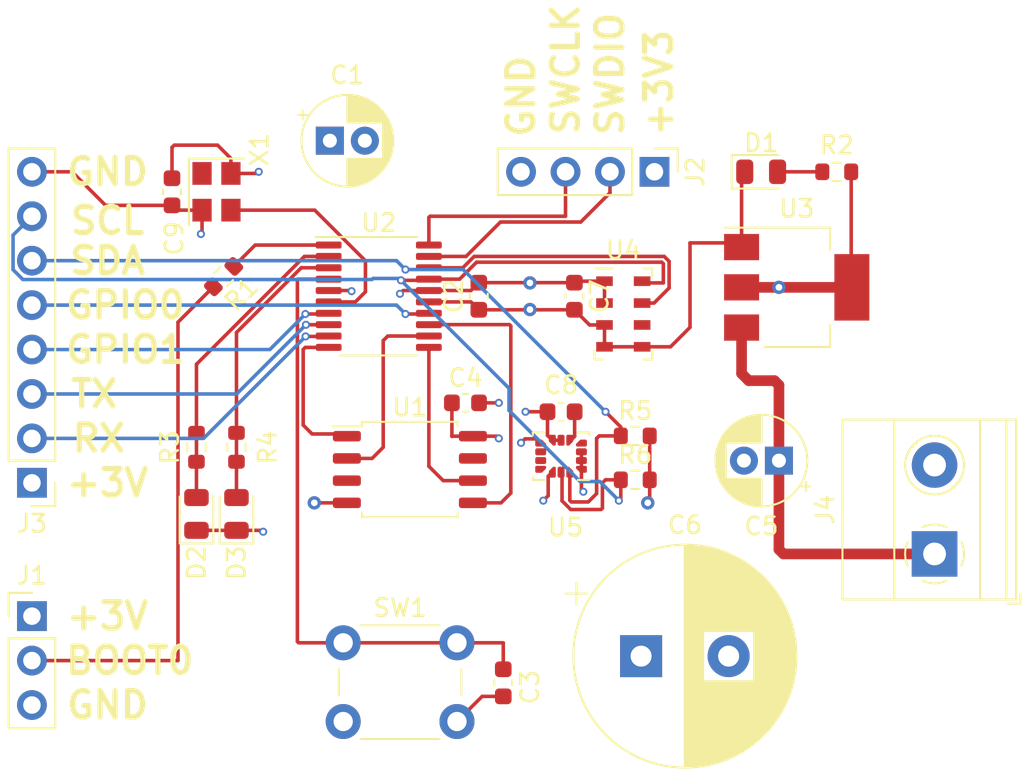
<source format=kicad_pcb>
(kicad_pcb (version 20171130) (host pcbnew "(5.1.9)-1")
  (layers (0 F.Cu signal) (1 In1.Cu signal hide) (2 In2.Cu signal hide) (31 B.Cu signal) (35 F.Paste user hide) (37 F.SilkS user) (39 F.Mask user hide) (44 Edge.Cuts user hide))
  (net 0 "")
  (net 1 +3V3)
  (net 2 GND)
  (net 3 nRST)
  (net 4 VIN)
  (net 5 "Net-(D1-Pad2)")
  (net 6 "Net-(D2-Pad2)")
  (net 7 "Net-(D3-Pad2)")
  (net 8 BOOT0)
  (net 9 SWCLK)
  (net 10 SWDIO)
  (net 11 SCL)
  (net 12 SDA)
  (net 13 GPIO0)
  (net 14 GPIO1)
  (net 15 TX)
  (net 16 RX)
  (net 17 "Net-(R1-Pad1)")
  (net 18 LED0)
  (net 19 LED1)
  (net 20 "Net-(U1-Pad7)")
  (net 21 CLK)
  (net 22 MOSI)
  (net 23 "Net-(U1-Pad3)")
  (net 24 MISO)
  (net 25 nCS)
  (net 26 OSC)
  (net 27 "Net-(U4-Pad6)")
  (net 28 "Net-(U5-Pad11)")
  (net 29 "Net-(U5-Pad10)")
  (net 30 "Net-(U5-Pad9)")
  (net 31 "Net-(U5-Pad4)")
  (net 32 "Net-(X1-Pad1)")
  (module Capacitor_SMD:C_0603_1608Metric (layer F.Cu) (at 165.227 120.015 270)
    (fp_text reference C9 (at 2.667 -0.127 90) (layer F.SilkS))
    (fp_text value 100n)
    (pad 2 smd roundrect (at 0.775 0 270) (size 0.9 0.95) (layers F.Cu F.Paste F.Mask) (net 2 GND))
    (pad 1 smd roundrect (at -0.775 0 270) (size 0.9 0.95) (layers F.Cu F.Paste F.Mask) (net 1 +3V3))
  )
  (module Oscillator:Oscillator_SMD_Abracon_ASE-4Pin_3.2x2.5mm (layer F.Cu) (at 167.767 120.015 270)
    (fp_text reference X1 (at -2.413 -2.45 90) (layer F.SilkS))
    (fp_text value ASE-xxxMHz)
    (pad 4 smd rect (at -1.05 -0.825 270) (size 1.3 1.1) (layers F.Cu F.Paste F.Mask) (net 1 +3V3))
    (pad 3 smd rect (at 1.05 -0.825 270) (size 1.3 1.1) (layers F.Cu F.Paste F.Mask) (net 26 OSC))
    (pad 2 smd rect (at 1.05 0.825 270) (size 1.3 1.1) (layers F.Cu F.Paste F.Mask) (net 2 GND))
    (pad 1 smd rect (at -1.05 0.825 270) (size 1.3 1.1) (layers F.Cu F.Paste F.Mask) (net 32 "Net-(X1-Pad1)"))
  )
  (module Package_LGA:LGA-14_3x2.5mm_P0.5mm_LayoutBorder3x4y (layer F.Cu) (at 187.452 135.128 180)
    (fp_text reference U5 (at -0.254 -4.064) (layer F.SilkS))
    (fp_text value LSM6DS3)
    (pad 14 smd custom (at -0.5 -0.9125 180) (size 0.223223 0.223223) (layers F.Cu F.Paste F.Mask) (net 12 SDA) (options (clearance outline) (anchor circle)) (primitives (gr_poly (pts (xy -0.125 -0.2375) (xy 0.125 -0.2375) (xy 0.125 0.2375) (xy 0.081066 0.2375) (xy -0.125 0.031434)) (width 0.15))))
    (pad 13 smd roundrect (at 0 -0.9125 180) (size 0.4 0.625) (layers F.Cu F.Paste F.Mask) (net 11 SCL))
    (pad 12 smd custom (at 0.5 -0.9125 180) (size 0.223223 0.223223) (layers F.Cu F.Paste F.Mask) (net 1 +3V3) (options (clearance outline) (anchor circle)) (primitives (gr_poly (pts (xy -0.125 -0.2375) (xy 0.125 -0.2375) (xy 0.125 0.031434) (xy -0.081066 0.2375) (xy -0.125 0.2375)) (width 0.15))))
    (pad 11 smd custom (at 1.1625 -0.75 180) (size 0.223223 0.223223) (layers F.Cu F.Paste F.Mask) (net 28 "Net-(U5-Pad11)") (options (clearance outline) (anchor circle)) (primitives (gr_poly (pts (xy -0.2375 0.081066) (xy -0.031434 -0.125) (xy 0.2375 -0.125) (xy 0.2375 0.125) (xy -0.2375 0.125)) (width 0.15))))
    (pad 10 smd roundrect (at 1.1625 -0.25 180) (size 0.625 0.4) (layers F.Cu F.Paste F.Mask) (net 29 "Net-(U5-Pad10)"))
    (pad 9 smd roundrect (at 1.1625 0.25 180) (size 0.625 0.4) (layers F.Cu F.Paste F.Mask) (net 30 "Net-(U5-Pad9)"))
    (pad 8 smd custom (at 1.1625 0.75 180) (size 0.223223 0.223223) (layers F.Cu F.Paste F.Mask) (net 1 +3V3) (options (clearance outline) (anchor circle)) (primitives (gr_poly (pts (xy -0.2375 -0.125) (xy 0.2375 -0.125) (xy 0.2375 0.125) (xy -0.031434 0.125) (xy -0.2375 -0.081066)) (width 0.15))))
    (pad 7 smd custom (at 0.5 0.9125 180) (size 0.223223 0.223223) (layers F.Cu F.Paste F.Mask) (net 2 GND) (options (clearance outline) (anchor circle)) (primitives (gr_poly (pts (xy -0.125 -0.2375) (xy -0.081066 -0.2375) (xy 0.125 -0.031434) (xy 0.125 0.2375) (xy -0.125 0.2375)) (width 0.15))))
    (pad 6 smd roundrect (at 0 0.9125 180) (size 0.4 0.625) (layers F.Cu F.Paste F.Mask) (net 2 GND))
    (pad 5 smd custom (at -0.5 0.9125 180) (size 0.223223 0.223223) (layers F.Cu F.Paste F.Mask) (net 1 +3V3) (options (clearance outline) (anchor circle)) (primitives (gr_poly (pts (xy -0.125 -0.031434) (xy 0.081066 -0.2375) (xy 0.125 -0.2375) (xy 0.125 0.2375) (xy -0.125 0.2375)) (width 0.15))))
    (pad 4 smd custom (at -1.1625 0.75 180) (size 0.223223 0.223223) (layers F.Cu F.Paste F.Mask) (net 31 "Net-(U5-Pad4)") (options (clearance outline) (anchor circle)) (primitives (gr_poly (pts (xy -0.2375 -0.125) (xy 0.2375 -0.125) (xy 0.2375 -0.081066) (xy 0.031434 0.125) (xy -0.2375 0.125)) (width 0.15))))
    (pad 3 smd roundrect (at -1.1625 0.25 180) (size 0.625 0.4) (layers F.Cu F.Paste F.Mask) (net 2 GND))
    (pad 2 smd roundrect (at -1.1625 -0.25 180) (size 0.625 0.4) (layers F.Cu F.Paste F.Mask) (net 2 GND))
    (pad 1 smd custom (at -1.1625 -0.75 180) (size 0.223223 0.223223) (layers F.Cu F.Paste F.Mask) (net 2 GND) (options (clearance outline) (anchor circle)) (primitives (gr_poly (pts (xy -0.2375 -0.125) (xy 0.031434 -0.125) (xy 0.2375 0.081066) (xy 0.2375 0.125) (xy -0.2375 0.125)) (width 0.15))))
  )
  (module Package_LGA:LGA-8_3x5mm_P1.25mm (layer F.Cu) (at 191.008 127)
    (fp_text reference U4 (at 0 -3.65) (layer F.SilkS))
    (fp_text value MS5607-02BA)
    (pad 5 smd rect (at 1.075 1.875) (size 0.95 0.55) (layers F.Cu F.Paste F.Mask) (net 2 GND))
    (pad 6 smd rect (at 1.075 0.625) (size 0.95 0.55) (layers F.Cu F.Paste F.Mask) (net 27 "Net-(U4-Pad6)"))
    (pad 7 smd rect (at 1.075 -0.625) (size 0.95 0.55) (layers F.Cu F.Paste F.Mask) (net 12 SDA))
    (pad 8 smd rect (at 1.075 -1.875) (size 0.95 0.55) (layers F.Cu F.Paste F.Mask) (net 11 SCL))
    (pad 3 smd rect (at -1.075 0.625) (size 0.95 0.55) (layers F.Cu F.Paste F.Mask) (net 2 GND))
    (pad 2 smd rect (at -1.075 -0.625) (size 0.95 0.55) (layers F.Cu F.Paste F.Mask) (net 1 +3V3))
    (pad 1 smd rect (at -1.075 -1.875) (size 0.95 0.55) (layers F.Cu F.Paste F.Mask) (net 1 +3V3))
    (pad 4 smd rect (at -1.075 1.875) (size 0.95 0.55) (layers F.Cu F.Paste F.Mask) (net 2 GND))
  )
  (module Package_TO_SOT_SMD:SOT-223-3_TabPin2 (layer F.Cu) (at 200.914 125.476)
    (fp_text reference U3 (at 0 -4.5) (layer F.SilkS))
    (fp_text value AP1117-33)
    (pad 1 smd rect (at -3.15 -2.3) (size 2 1.5) (layers F.Cu F.Paste F.Mask) (net 2 GND))
    (pad 3 smd rect (at -3.15 2.3) (size 2 1.5) (layers F.Cu F.Paste F.Mask) (net 4 VIN))
    (pad 2 smd rect (at -3.15 0) (size 2 1.5) (layers F.Cu F.Paste F.Mask) (net 1 +3V3))
    (pad 2 smd rect (at 3.15 0) (size 2 3.8) (layers F.Cu F.Paste F.Mask) (net 1 +3V3))
  )
  (module Package_SO:TSSOP-20_4.4x6.5mm_P0.65mm (layer F.Cu) (at 177.038 125.984)
    (fp_text reference U2 (at 0 -4.2) (layer F.SilkS))
    (fp_text value STM32L041F6Px)
    (pad 20 smd roundrect (at 2.8625 -2.925) (size 1.475 0.4) (layers F.Cu F.Paste F.Mask) (net 9 SWCLK))
    (pad 19 smd roundrect (at 2.8625 -2.275) (size 1.475 0.4) (layers F.Cu F.Paste F.Mask) (net 10 SWDIO))
    (pad 18 smd roundrect (at 2.8625 -1.625) (size 1.475 0.4) (layers F.Cu F.Paste F.Mask) (net 12 SDA))
    (pad 17 smd roundrect (at 2.8625 -0.975) (size 1.475 0.4) (layers F.Cu F.Paste F.Mask) (net 11 SCL))
    (pad 16 smd roundrect (at 2.8625 -0.325) (size 1.475 0.4) (layers F.Cu F.Paste F.Mask) (net 1 +3V3))
    (pad 15 smd roundrect (at 2.8625 0.325) (size 1.475 0.4) (layers F.Cu F.Paste F.Mask) (net 2 GND))
    (pad 14 smd roundrect (at 2.8625 0.975) (size 1.475 0.4) (layers F.Cu F.Paste F.Mask) (net 13 GPIO0))
    (pad 13 smd roundrect (at 2.8625 1.625) (size 1.475 0.4) (layers F.Cu F.Paste F.Mask) (net 22 MOSI))
    (pad 12 smd roundrect (at 2.8625 2.275) (size 1.475 0.4) (layers F.Cu F.Paste F.Mask) (net 24 MISO))
    (pad 11 smd roundrect (at 2.8625 2.925) (size 1.475 0.4) (layers F.Cu F.Paste F.Mask) (net 21 CLK))
    (pad 10 smd roundrect (at -2.8625 2.925) (size 1.475 0.4) (layers F.Cu F.Paste F.Mask) (net 25 nCS))
    (pad 9 smd roundrect (at -2.8625 2.275) (size 1.475 0.4) (layers F.Cu F.Paste F.Mask) (net 16 RX))
    (pad 8 smd roundrect (at -2.8625 1.625) (size 1.475 0.4) (layers F.Cu F.Paste F.Mask) (net 15 TX))
    (pad 7 smd roundrect (at -2.8625 0.975) (size 1.475 0.4) (layers F.Cu F.Paste F.Mask) (net 14 GPIO1))
    (pad 6 smd roundrect (at -2.8625 0.325) (size 1.475 0.4) (layers F.Cu F.Paste F.Mask) (net 26 OSC))
    (pad 5 smd roundrect (at -2.8625 -0.325) (size 1.475 0.4) (layers F.Cu F.Paste F.Mask) (net 1 +3V3))
    (pad 4 smd roundrect (at -2.8625 -0.975) (size 1.475 0.4) (layers F.Cu F.Paste F.Mask) (net 3 nRST))
    (pad 3 smd roundrect (at -2.8625 -1.625) (size 1.475 0.4) (layers F.Cu F.Paste F.Mask) (net 19 LED1))
    (pad 2 smd roundrect (at -2.8625 -2.275) (size 1.475 0.4) (layers F.Cu F.Paste F.Mask) (net 18 LED0))
    (pad 1 smd roundrect (at -2.8625 -2.925) (size 1.475 0.4) (layers F.Cu F.Paste F.Mask) (net 17 "Net-(R1-Pad1)"))
  )
  (module Package_SO:SOIC-8_5.23x5.23mm_P1.27mm (layer F.Cu) (at 178.816 135.89)
    (fp_text reference U1 (at 0 -3.56) (layer F.SilkS))
    (fp_text value W25Q32JVSS)
    (pad 8 smd roundrect (at 3.6 -1.905) (size 1.6 0.6) (layers F.Cu F.Paste F.Mask) (net 1 +3V3))
    (pad 7 smd roundrect (at 3.6 -0.635) (size 1.6 0.6) (layers F.Cu F.Paste F.Mask) (net 20 "Net-(U1-Pad7)"))
    (pad 6 smd roundrect (at 3.6 0.635) (size 1.6 0.6) (layers F.Cu F.Paste F.Mask) (net 21 CLK))
    (pad 5 smd roundrect (at 3.6 1.905) (size 1.6 0.6) (layers F.Cu F.Paste F.Mask) (net 22 MOSI))
    (pad 4 smd roundrect (at -3.6 1.905) (size 1.6 0.6) (layers F.Cu F.Paste F.Mask) (net 2 GND))
    (pad 3 smd roundrect (at -3.6 0.635) (size 1.6 0.6) (layers F.Cu F.Paste F.Mask) (net 23 "Net-(U1-Pad3)"))
    (pad 2 smd roundrect (at -3.6 -0.635) (size 1.6 0.6) (layers F.Cu F.Paste F.Mask) (net 24 MISO))
    (pad 1 smd roundrect (at -3.6 -1.905) (size 1.6 0.6) (layers F.Cu F.Paste F.Mask) (net 25 nCS))
  )
  (module Button_Switch_THT:SW_PUSH_6mm (layer F.Cu) (at 175.006 145.796)
    (fp_text reference SW1 (at 3.25 -2) (layer F.SilkS))
    (fp_text value SW_Push)
    (pad 1 thru_hole circle (at 6.5 0 90) (size 2 2) (drill 1.1) (layers *.Cu *.Mask) (net 3 nRST))
    (pad 2 thru_hole circle (at 6.5 4.5 90) (size 2 2) (drill 1.1) (layers *.Cu *.Mask) (net 2 GND))
    (pad 1 thru_hole circle (at 0 0 90) (size 2 2) (drill 1.1) (layers *.Cu *.Mask) (net 3 nRST))
    (pad 2 thru_hole circle (at 0 4.5 90) (size 2 2) (drill 1.1) (layers *.Cu *.Mask) (net 2 GND))
  )
  (module Resistor_SMD:R_0603_1608Metric (layer F.Cu) (at 191.690225 136.478)
    (fp_text reference R6 (at 0 -1.43) (layer F.SilkS))
    (fp_text value 4.7k)
    (pad 2 smd roundrect (at 0.825 0) (size 0.8 0.95) (layers F.Cu F.Paste F.Mask) (net 2 GND))
    (pad 1 smd roundrect (at -0.825 0) (size 0.8 0.95) (layers F.Cu F.Paste F.Mask) (net 11 SCL))
  )
  (module Resistor_SMD:R_0603_1608Metric (layer F.Cu) (at 191.690225 133.968)
    (fp_text reference R5 (at 0 -1.43) (layer F.SilkS))
    (fp_text value 4.7k)
    (pad 2 smd roundrect (at 0.825 0) (size 0.8 0.95) (layers F.Cu F.Paste F.Mask) (net 2 GND))
    (pad 1 smd roundrect (at -0.825 0) (size 0.8 0.95) (layers F.Cu F.Paste F.Mask) (net 12 SDA))
  )
  (module Resistor_SMD:R_0603_1608Metric (layer F.Cu) (at 168.91 134.62 270)
    (fp_text reference R4 (at 0 -1.778 90) (layer F.SilkS))
    (fp_text value 60)
    (pad 2 smd roundrect (at 0.825 0 270) (size 0.8 0.95) (layers F.Cu F.Paste F.Mask) (net 7 "Net-(D3-Pad2)"))
    (pad 1 smd roundrect (at -0.825 0 270) (size 0.8 0.95) (layers F.Cu F.Paste F.Mask) (net 19 LED1))
  )
  (module Resistor_SMD:R_0603_1608Metric (layer F.Cu) (at 166.624 134.62 270)
    (fp_text reference R3 (at 0 1.524 90) (layer F.SilkS))
    (fp_text value 220)
    (pad 2 smd roundrect (at 0.825 0 270) (size 0.8 0.95) (layers F.Cu F.Paste F.Mask) (net 6 "Net-(D2-Pad2)"))
    (pad 1 smd roundrect (at -0.825 0 270) (size 0.8 0.95) (layers F.Cu F.Paste F.Mask) (net 18 LED0))
  )
  (module Resistor_SMD:R_0603_1608Metric (layer F.Cu) (at 203.2 118.872 180)
    (fp_text reference R2 (at 0 1.524) (layer F.SilkS))
    (fp_text value 220)
    (pad 2 smd roundrect (at 0.825 0 180) (size 0.8 0.95) (layers F.Cu F.Paste F.Mask) (net 5 "Net-(D1-Pad2)"))
    (pad 1 smd roundrect (at -0.825 0 180) (size 0.8 0.95) (layers F.Cu F.Paste F.Mask) (net 1 +3V3))
  )
  (module Resistor_SMD:R_0603_1608Metric (layer F.Cu) (at 168.173528 124.86279 225)
    (fp_text reference R1 (at 0 -1.43 45) (layer F.SilkS))
    (fp_text value 10k)
    (pad 2 smd roundrect (at 0.825 0 225) (size 0.8 0.95) (layers F.Cu F.Paste F.Mask) (net 8 BOOT0))
    (pad 1 smd roundrect (at -0.825 0 225) (size 0.8 0.95) (layers F.Cu F.Paste F.Mask) (net 17 "Net-(R1-Pad1)"))
  )
  (module TerminalBlock_Phoenix:TerminalBlock_Phoenix_MKDS-1,5-2-5.08_1x02_P5.08mm_Horizontal (layer F.Cu) (at 208.788 140.716 90)
    (fp_text reference J4 (at 2.54 -6.26 90) (layer F.SilkS))
    (fp_text value Screw_Terminal_01x02)
    (pad 2 thru_hole circle (at 5.08 0 90) (size 2.6 2.6) (drill 1.3) (layers *.Cu *.Mask) (net 2 GND))
    (pad 1 thru_hole rect (at 0 0 90) (size 2.6 2.6) (drill 1.3) (layers *.Cu *.Mask) (net 4 VIN))
  )
  (module Connector_PinHeader_2.54mm:PinHeader_1x08_P2.54mm_Vertical (layer F.Cu) (at 157.226 136.652 180)
    (fp_text reference J3 (at 0 -2.33) (layer F.SilkS))
    (fp_text value Conn_01x08)
    (pad 8 thru_hole oval (at 0 17.78 180) (size 1.7 1.7) (drill 1) (layers *.Cu *.Mask) (net 2 GND))
    (pad 7 thru_hole oval (at 0 15.24 180) (size 1.7 1.7) (drill 1) (layers *.Cu *.Mask) (net 11 SCL))
    (pad 6 thru_hole oval (at 0 12.7 180) (size 1.7 1.7) (drill 1) (layers *.Cu *.Mask) (net 12 SDA))
    (pad 5 thru_hole oval (at 0 10.16 180) (size 1.7 1.7) (drill 1) (layers *.Cu *.Mask) (net 13 GPIO0))
    (pad 4 thru_hole oval (at 0 7.62 180) (size 1.7 1.7) (drill 1) (layers *.Cu *.Mask) (net 14 GPIO1))
    (pad 3 thru_hole oval (at 0 5.08 180) (size 1.7 1.7) (drill 1) (layers *.Cu *.Mask) (net 15 TX))
    (pad 2 thru_hole oval (at 0 2.54 180) (size 1.7 1.7) (drill 1) (layers *.Cu *.Mask) (net 16 RX))
    (pad 1 thru_hole rect (at 0 0 180) (size 1.7 1.7) (drill 1) (layers *.Cu *.Mask) (net 1 +3V3))
  )
  (module Connector_PinHeader_2.54mm:PinHeader_1x04_P2.54mm_Vertical (layer F.Cu) (at 192.786 118.872 270)
    (fp_text reference J2 (at 0 -2.33 90) (layer F.SilkS))
    (fp_text value Conn_01x04)
    (pad 4 thru_hole oval (at 0 7.62 270) (size 1.7 1.7) (drill 1) (layers *.Cu *.Mask) (net 2 GND))
    (pad 3 thru_hole oval (at 0 5.08 270) (size 1.7 1.7) (drill 1) (layers *.Cu *.Mask) (net 9 SWCLK))
    (pad 2 thru_hole oval (at 0 2.54 270) (size 1.7 1.7) (drill 1) (layers *.Cu *.Mask) (net 10 SWDIO))
    (pad 1 thru_hole rect (at 0 0 270) (size 1.7 1.7) (drill 1) (layers *.Cu *.Mask) (net 1 +3V3))
  )
  (module Connector_PinHeader_2.54mm:PinHeader_1x03_P2.54mm_Vertical (layer F.Cu) (at 157.226 144.272)
    (fp_text reference J1 (at 0 -2.33) (layer F.SilkS))
    (fp_text value Conn_01x03)
    (pad 3 thru_hole oval (at 0 5.08) (size 1.7 1.7) (drill 1) (layers *.Cu *.Mask) (net 2 GND))
    (pad 2 thru_hole oval (at 0 2.54) (size 1.7 1.7) (drill 1) (layers *.Cu *.Mask) (net 8 BOOT0))
    (pad 1 thru_hole rect (at 0 0) (size 1.7 1.7) (drill 1) (layers *.Cu *.Mask) (net 1 +3V3))
  )
  (module LED_SMD:LED_0805_2012Metric (layer F.Cu) (at 168.91 138.43 90)
    (fp_text reference D3 (at -2.794 0 90) (layer F.SilkS))
    (fp_text value Blue)
    (pad 2 smd roundrect (at 0.9375 0 90) (size 0.975 1.4) (layers F.Cu F.Paste F.Mask) (net 7 "Net-(D3-Pad2)"))
    (pad 1 smd roundrect (at -0.9375 0 90) (size 0.975 1.4) (layers F.Cu F.Paste F.Mask) (net 2 GND))
  )
  (module LED_SMD:LED_0805_2012Metric (layer F.Cu) (at 166.624 138.43 90)
    (fp_text reference D2 (at -2.794 0 90) (layer F.SilkS))
    (fp_text value Green)
    (pad 2 smd roundrect (at 0.9375 0 90) (size 0.975 1.4) (layers F.Cu F.Paste F.Mask) (net 6 "Net-(D2-Pad2)"))
    (pad 1 smd roundrect (at -0.9375 0 90) (size 0.975 1.4) (layers F.Cu F.Paste F.Mask) (net 2 GND))
  )
  (module LED_SMD:LED_0805_2012Metric (layer F.Cu) (at 198.882 118.872)
    (fp_text reference D1 (at 0 -1.65) (layer F.SilkS))
    (fp_text value Red)
    (pad 2 smd roundrect (at 0.9375 0) (size 0.975 1.4) (layers F.Cu F.Paste F.Mask) (net 5 "Net-(D1-Pad2)"))
    (pad 1 smd roundrect (at -0.9375 0) (size 0.975 1.4) (layers F.Cu F.Paste F.Mask) (net 2 GND))
  )
  (module Capacitor_SMD:C_0603_1608Metric (layer F.Cu) (at 187.452 132.588 180)
    (fp_text reference C8 (at 0 1.524) (layer F.SilkS))
    (fp_text value 100n)
    (pad 2 smd roundrect (at 0.775 0 180) (size 0.9 0.95) (layers F.Cu F.Paste F.Mask) (net 2 GND))
    (pad 1 smd roundrect (at -0.775 0 180) (size 0.9 0.95) (layers F.Cu F.Paste F.Mask) (net 1 +3V3))
  )
  (module Capacitor_SMD:C_0603_1608Metric (layer F.Cu) (at 188.214 125.984 270)
    (fp_text reference C7 (at 0 -1.43 90) (layer F.SilkS))
    (fp_text value 100n)
    (pad 2 smd roundrect (at 0.775 0 270) (size 0.9 0.95) (layers F.Cu F.Paste F.Mask) (net 2 GND))
    (pad 1 smd roundrect (at -0.775 0 270) (size 0.9 0.95) (layers F.Cu F.Paste F.Mask) (net 1 +3V3))
  )
  (module Capacitor_THT:CP_Radial_D12.5mm_P5.00mm (layer F.Cu) (at 192.024 146.558)
    (fp_text reference C6 (at 2.5 -7.5) (layer F.SilkS))
    (fp_text value 100u)
    (pad 2 thru_hole circle (at 5 0) (size 2.4 2.4) (drill 1.2) (layers *.Cu *.Mask) (net 2 GND))
    (pad 1 thru_hole rect (at 0 0) (size 2.4 2.4) (drill 1.2) (layers *.Cu *.Mask) (net 1 +3V3))
  )
  (module Capacitor_THT:CP_Radial_D5.0mm_P2.00mm (layer F.Cu) (at 199.898 135.382 180)
    (fp_text reference C5 (at 1 -3.75) (layer F.SilkS))
    (fp_text value 10u)
    (pad 2 thru_hole circle (at 2 0 180) (size 1.6 1.6) (drill 0.8) (layers *.Cu *.Mask) (net 2 GND))
    (pad 1 thru_hole rect (at 0 0 180) (size 1.6 1.6) (drill 0.8) (layers *.Cu *.Mask) (net 4 VIN))
  )
  (module Capacitor_SMD:C_0603_1608Metric (layer F.Cu) (at 181.991 132.08)
    (fp_text reference C4 (at 0 -1.43) (layer F.SilkS))
    (fp_text value 100n)
    (pad 2 smd roundrect (at 0.775 0) (size 0.9 0.95) (layers F.Cu F.Paste F.Mask) (net 2 GND))
    (pad 1 smd roundrect (at -0.775 0) (size 0.9 0.95) (layers F.Cu F.Paste F.Mask) (net 1 +3V3))
  )
  (module Capacitor_SMD:C_0603_1608Metric (layer F.Cu) (at 184.15 148.082 90)
    (fp_text reference C3 (at -0.254 1.524 90) (layer F.SilkS))
    (fp_text value 100n)
    (pad 2 smd roundrect (at 0.775 0 90) (size 0.9 0.95) (layers F.Cu F.Paste F.Mask) (net 3 nRST))
    (pad 1 smd roundrect (at -0.775 0 90) (size 0.9 0.95) (layers F.Cu F.Paste F.Mask) (net 2 GND))
  )
  (module Capacitor_SMD:C_0603_1608Metric (layer F.Cu) (at 182.753 125.984 90)
    (fp_text reference C2 (at 0 -1.43 90) (layer F.SilkS))
    (fp_text value 100n)
    (pad 2 smd roundrect (at 0.775 0 90) (size 0.9 0.95) (layers F.Cu F.Paste F.Mask) (net 1 +3V3))
    (pad 1 smd roundrect (at -0.775 0 90) (size 0.9 0.95) (layers F.Cu F.Paste F.Mask) (net 2 GND))
  )
  (module Capacitor_THT:CP_Radial_D5.0mm_P2.00mm (layer F.Cu) (at 174.244 117.094)
    (fp_text reference C1 (at 1 -3.75) (layer F.SilkS))
    (fp_text value 10u)
    (pad 2 thru_hole circle (at 2 0) (size 1.6 1.6) (drill 0.8) (layers *.Cu *.Mask) (net 1 +3V3))
    (pad 1 thru_hole rect (at 0 0) (size 1.6 1.6) (drill 0.8) (layers *.Cu *.Mask) (net 2 GND))
  )
  (gr_line (start 154.305 153.67) (end 154.305 108.585) (layer Edge.Cuts) (width 0.05))
  (gr_line (start 215.265 153.67) (end 154.305 153.67) (layer Edge.Cuts) (width 0.05))
  (gr_line (start 215.265 108.585) (end 215.265 153.67) (layer Edge.Cuts) (width 0.05))
  (gr_line (start 154.305 108.585) (end 215.265 108.585) (layer Edge.Cuts) (width 0.05))
  (gr_text +3V3 (at 193.04 113.792 90) (layer F.SilkS) (effects (font (size 1.5 1.5) (thickness 0.3))))
  (gr_text SWDIO (at 190.246 113.284 90) (layer F.SilkS) (effects (font (size 1.5 1.5) (thickness 0.3))))
  (gr_text SWCLK (at 187.706 113.03 90) (layer F.SilkS) (effects (font (size 1.5 1.5) (thickness 0.3))))
  (gr_text GND (at 185.166 114.554 90) (layer F.SilkS) (effects (font (size 1.5 1.5) (thickness 0.3))))
  (gr_text GND (at 161.544 149.352) (layer F.SilkS) (effects (font (size 1.5 1.5) (thickness 0.3))))
  (gr_text BOOT0 (at 162.814 146.812) (layer F.SilkS) (effects (font (size 1.5 1.5) (thickness 0.3))))
  (gr_text +3V (at 161.544 144.272) (layer F.SilkS) (effects (font (size 1.5 1.5) (thickness 0.3))))
  (gr_text +3V (at 161.544 136.652) (layer F.SilkS) (effects (font (size 1.5 1.5) (thickness 0.3))))
  (gr_text RX (at 161.036 134.112) (layer F.SilkS) (effects (font (size 1.5 1.5) (thickness 0.3))))
  (gr_text TX (at 160.782 131.572) (layer F.SilkS) (effects (font (size 1.5 1.5) (thickness 0.3))))
  (gr_text GPIO1 (at 162.56 129.032) (layer F.SilkS) (effects (font (size 1.5 1.5) (thickness 0.3))))
  (gr_text GPIO0 (at 162.56 126.492) (layer F.SilkS) (effects (font (size 1.5 1.5) (thickness 0.3))))
  (gr_text SDA (at 161.544 123.952) (layer F.SilkS) (effects (font (size 1.5 1.5) (thickness 0.3))))
  (gr_text SCL (at 161.544 121.666) (layer F.SilkS) (effects (font (size 1.5 1.5) (thickness 0.3))))
  (gr_text GND (at 161.544 118.872) (layer F.SilkS) (effects (font (size 1.5 1.5) (thickness 0.3))))
  (segment (start 182.303 125.659) (end 182.753 125.209) (width 0.2032) (layer F.Cu) (net 1))
  (segment (start 179.9005 125.659) (end 182.303 125.659) (width 0.2032) (layer F.Cu) (net 1))
  (via (at 199.898 125.476) (size 0.762) (drill 0.381) (layers F.Cu B.Cu) (net 1))
  (segment (start 197.764 125.476) (end 199.898 125.476) (width 0.6096) (layer F.Cu) (net 1))
  (segment (start 204.064 125.476) (end 199.898 125.476) (width 0.6096) (layer F.Cu) (net 1))
  (segment (start 189.933 126.375) (end 189.933 125.125) (width 0.2032) (layer F.Cu) (net 1))
  (segment (start 188.298 125.125) (end 188.214 125.209) (width 0.2032) (layer F.Cu) (net 1))
  (segment (start 189.933 125.125) (end 188.298 125.125) (width 0.2032) (layer F.Cu) (net 1))
  (via (at 185.674 125.222) (size 0.762) (drill 0.381) (layers F.Cu B.Cu) (net 1))
  (segment (start 185.661 125.209) (end 185.674 125.222) (width 0.2032) (layer F.Cu) (net 1))
  (segment (start 182.753 125.209) (end 185.661 125.209) (width 0.2032) (layer F.Cu) (net 1))
  (segment (start 185.687 125.209) (end 185.674 125.222) (width 0.2032) (layer F.Cu) (net 1))
  (segment (start 188.214 125.209) (end 185.687 125.209) (width 0.2032) (layer F.Cu) (net 1))
  (segment (start 188.00761 134.15989) (end 188.00761 134.2155) (width 0.2032) (layer F.Cu) (net 1))
  (segment (start 186.23389 134.32239) (end 186.2895 134.32239) (width 0.2032) (layer F.Cu) (net 1))
  (segment (start 188.227 133.99611) (end 188.00761 134.2155) (width 0.2032) (layer F.Cu) (net 1))
  (segment (start 188.227 132.588) (end 188.227 133.99611) (width 0.2032) (layer F.Cu) (net 1))
  (via (at 185.166 134.366) (size 0.4572) (drill 0.254) (layers F.Cu B.Cu) (net 1))
  (via (at 186.436 137.668) (size 0.4572) (drill 0.254) (layers F.Cu B.Cu) (net 1))
  (segment (start 186.048901 134.137401) (end 186.23389 134.32239) (width 0.2032) (layer F.Cu) (net 1))
  (segment (start 185.394599 134.137401) (end 186.048901 134.137401) (width 0.2032) (layer F.Cu) (net 1))
  (segment (start 185.166 134.366) (end 185.394599 134.137401) (width 0.2032) (layer F.Cu) (net 1))
  (segment (start 204.025 125.437) (end 204.064 125.476) (width 0.2032) (layer F.Cu) (net 1))
  (segment (start 204.025 118.872) (end 204.025 125.437) (width 0.2032) (layer F.Cu) (net 1))
  (segment (start 181.216 132.08) (end 181.216 133.998) (width 0.2032) (layer F.Cu) (net 1))
  (segment (start 181.229 133.985) (end 182.416 133.985) (width 0.2032) (layer F.Cu) (net 1))
  (segment (start 181.216 133.998) (end 181.229 133.985) (width 0.2032) (layer F.Cu) (net 1))
  (segment (start 165.227 119.24) (end 165.227 117.475) (width 0.2032) (layer F.Cu) (net 1))
  (segment (start 165.227 117.475) (end 165.354 117.348) (width 0.2032) (layer F.Cu) (net 1))
  (segment (start 168.592 118.1118) (end 168.592 118.965) (width 0.2032) (layer F.Cu) (net 1))
  (segment (start 167.8282 117.348) (end 168.592 118.1118) (width 0.2032) (layer F.Cu) (net 1))
  (segment (start 165.354 117.348) (end 167.8282 117.348) (width 0.2032) (layer F.Cu) (net 1))
  (via (at 170.18 118.872) (size 0.4572) (drill 0.254) (layers F.Cu B.Cu) (net 1))
  (segment (start 170.087 118.965) (end 170.18 118.872) (width 0.2032) (layer F.Cu) (net 1))
  (segment (start 168.592 118.965) (end 170.087 118.965) (width 0.2032) (layer F.Cu) (net 1))
  (via (at 183.896 134.112) (size 0.4572) (drill 0.254) (layers F.Cu B.Cu) (net 1))
  (segment (start 183.769 133.985) (end 183.896 134.112) (width 0.2032) (layer F.Cu) (net 1))
  (segment (start 182.416 133.985) (end 183.769 133.985) (width 0.2032) (layer F.Cu) (net 1))
  (via (at 175.484508 125.695308) (size 0.4572) (drill 0.254) (layers F.Cu B.Cu) (net 1))
  (segment (start 175.4482 125.659) (end 175.484508 125.695308) (width 0.2032) (layer F.Cu) (net 1))
  (segment (start 174.1755 125.659) (end 175.4482 125.659) (width 0.2032) (layer F.Cu) (net 1))
  (via (at 178.250509 125.843494) (size 0.4572) (drill 0.254) (layers F.Cu B.Cu) (net 1))
  (segment (start 178.435003 125.659) (end 178.250509 125.843494) (width 0.2032) (layer F.Cu) (net 1))
  (segment (start 179.9005 125.659) (end 178.435003 125.659) (width 0.2032) (layer F.Cu) (net 1))
  (segment (start 186.89639 136.09611) (end 186.89639 136.0405) (width 0.2032) (layer F.Cu) (net 1))
  (segment (start 186.715401 136.277099) (end 186.89639 136.09611) (width 0.2032) (layer F.Cu) (net 1))
  (segment (start 186.715401 137.388599) (end 186.715401 136.277099) (width 0.2032) (layer F.Cu) (net 1))
  (segment (start 186.436 137.668) (end 186.715401 137.388599) (width 0.2032) (layer F.Cu) (net 1))
  (segment (start 182.303 126.309) (end 182.753 126.759) (width 0.2032) (layer F.Cu) (net 2))
  (segment (start 179.9005 126.309) (end 182.303 126.309) (width 0.2032) (layer F.Cu) (net 2))
  (segment (start 189.933 127.625) (end 189.933 128.875) (width 0.2032) (layer F.Cu) (net 2))
  (segment (start 189.933 128.875) (end 192.083 128.875) (width 0.2032) (layer F.Cu) (net 2))
  (via (at 173.355 137.795) (size 0.762) (drill 0.381) (layers F.Cu B.Cu) (net 2))
  (segment (start 175.216 137.795) (end 173.355 137.795) (width 0.2032) (layer F.Cu) (net 2))
  (segment (start 166.624 139.3675) (end 167.2105 139.3675) (width 0.2032) (layer F.Cu) (net 2))
  (segment (start 167.2105 139.3675) (end 167.259 139.319) (width 0.2032) (layer F.Cu) (net 2))
  (segment (start 192.515225 136.478) (end 192.515225 133.968) (width 0.2032) (layer F.Cu) (net 2))
  (via (at 192.405 137.795) (size 0.762) (drill 0.381) (layers F.Cu B.Cu) (net 2))
  (segment (start 192.515225 137.684775) (end 192.405 137.795) (width 0.2032) (layer F.Cu) (net 2))
  (segment (start 192.515225 136.478) (end 192.515225 137.684775) (width 0.2032) (layer F.Cu) (net 2))
  (segment (start 182.945 148.857) (end 181.506 150.296) (width 0.2032) (layer F.Cu) (net 2))
  (segment (start 184.15 148.857) (end 182.945 148.857) (width 0.2032) (layer F.Cu) (net 2))
  (via (at 185.674 126.746) (size 0.762) (drill 0.381) (layers F.Cu B.Cu) (net 2))
  (segment (start 185.661 126.759) (end 185.674 126.746) (width 0.2032) (layer F.Cu) (net 2))
  (segment (start 182.753 126.759) (end 185.661 126.759) (width 0.2032) (layer F.Cu) (net 2))
  (segment (start 185.687 126.759) (end 185.674 126.746) (width 0.2032) (layer F.Cu) (net 2))
  (segment (start 188.214 126.759) (end 185.687 126.759) (width 0.2032) (layer F.Cu) (net 2))
  (segment (start 189.08 127.625) (end 189.933 127.625) (width 0.2032) (layer F.Cu) (net 2))
  (segment (start 188.214 126.759) (end 189.08 127.625) (width 0.2032) (layer F.Cu) (net 2))
  (segment (start 188.6145 135.378) (end 188.6145 134.93361) (width 0.2032) (layer F.Cu) (net 2))
  (segment (start 186.952 134.2155) (end 187.39639 134.2155) (width 0.2032) (layer F.Cu) (net 2))
  (segment (start 186.944 134.2075) (end 186.952 134.2155) (width 0.2032) (layer F.Cu) (net 2))
  (segment (start 186.677 132.588) (end 186.677 133.063) (width 0.2032) (layer F.Cu) (net 2))
  (segment (start 186.677 133.9405) (end 186.952 134.2155) (width 0.2032) (layer F.Cu) (net 2))
  (segment (start 186.677 132.588) (end 186.677 133.9405) (width 0.2032) (layer F.Cu) (net 2))
  (segment (start 188.6145 135.878) (end 188.6145 135.378) (width 0.2032) (layer F.Cu) (net 2))
  (via (at 188.722 137.16) (size 0.4572) (drill 0.254) (layers F.Cu B.Cu) (net 2))
  (segment (start 188.6145 137.0525) (end 188.722 137.16) (width 0.2032) (layer F.Cu) (net 2))
  (segment (start 188.6145 135.878) (end 188.6145 137.0525) (width 0.2032) (layer F.Cu) (net 2))
  (segment (start 197.764 119.0525) (end 197.9445 118.872) (width 0.2032) (layer F.Cu) (net 2))
  (segment (start 197.764 123.176) (end 197.764 119.0525) (width 0.2032) (layer F.Cu) (net 2))
  (via (at 183.896 132.08) (size 0.4572) (drill 0.254) (layers F.Cu B.Cu) (net 2))
  (segment (start 182.766 132.08) (end 183.896 132.08) (width 0.2032) (layer F.Cu) (net 2))
  (via (at 185.42 132.588) (size 0.4572) (drill 0.254) (layers F.Cu B.Cu) (net 2))
  (segment (start 186.677 132.588) (end 185.42 132.588) (width 0.2032) (layer F.Cu) (net 2))
  (segment (start 165.502 121.065) (end 165.227 120.79) (width 0.2032) (layer F.Cu) (net 2))
  (segment (start 166.942 121.065) (end 165.502 121.065) (width 0.2032) (layer F.Cu) (net 2))
  (via (at 166.878 122.428) (size 0.4572) (drill 0.254) (layers F.Cu B.Cu) (net 2))
  (segment (start 166.942 122.364) (end 166.878 122.428) (width 0.2032) (layer F.Cu) (net 2))
  (segment (start 166.942 121.065) (end 166.942 122.364) (width 0.2032) (layer F.Cu) (net 2))
  (segment (start 166.624 139.3675) (end 168.91 139.3675) (width 0.2032) (layer F.Cu) (net 2))
  (via (at 170.434 139.446) (size 0.4572) (drill 0.254) (layers F.Cu B.Cu) (net 2))
  (segment (start 170.3555 139.3675) (end 170.434 139.446) (width 0.2032) (layer F.Cu) (net 2))
  (segment (start 168.91 139.3675) (end 170.3555 139.3675) (width 0.2032) (layer F.Cu) (net 2))
  (segment (start 165.227 120.79) (end 161.43 120.79) (width 0.2032) (layer F.Cu) (net 2))
  (segment (start 159.512 118.872) (end 157.226 118.872) (width 0.2032) (layer F.Cu) (net 2))
  (segment (start 161.43 120.79) (end 159.512 118.872) (width 0.2032) (layer F.Cu) (net 2))
  (segment (start 194.818 122.936) (end 197.524 122.936) (width 0.2032) (layer F.Cu) (net 2))
  (segment (start 194.818 127.762) (end 194.818 122.936) (width 0.2032) (layer F.Cu) (net 2))
  (segment (start 193.705 128.875) (end 194.818 127.762) (width 0.2032) (layer F.Cu) (net 2))
  (segment (start 197.524 122.936) (end 197.764 123.176) (width 0.2032) (layer F.Cu) (net 2))
  (segment (start 192.083 128.875) (end 193.705 128.875) (width 0.2032) (layer F.Cu) (net 2))
  (segment (start 181.506 145.796) (end 175.006 145.796) (width 0.2032) (layer F.Cu) (net 3))
  (segment (start 174.1755 125.009) (end 172.425 125.009) (width 0.2032) (layer F.Cu) (net 3))
  (segment (start 172.38979 125.04421) (end 172.38979 145.71979) (width 0.2032) (layer F.Cu) (net 3))
  (segment (start 172.425 125.009) (end 172.38979 125.04421) (width 0.2032) (layer F.Cu) (net 3))
  (segment (start 172.466 145.796) (end 175.006 145.796) (width 0.2032) (layer F.Cu) (net 3))
  (segment (start 172.38979 145.71979) (end 172.466 145.796) (width 0.2032) (layer F.Cu) (net 3))
  (segment (start 181.506 145.796) (end 184.15 145.796) (width 0.2032) (layer F.Cu) (net 3))
  (segment (start 184.15 145.796) (end 184.15 147.307) (width 0.2032) (layer F.Cu) (net 3))
  (segment (start 208.788 140.716) (end 200.152 140.716) (width 0.6096) (layer F.Cu) (net 4))
  (segment (start 199.898 140.462) (end 199.898 135.382) (width 0.6096) (layer F.Cu) (net 4))
  (segment (start 200.152 140.716) (end 199.898 140.462) (width 0.6096) (layer F.Cu) (net 4))
  (segment (start 197.764 127.776) (end 197.764 130.404) (width 0.6096) (layer F.Cu) (net 4))
  (segment (start 197.764 130.404) (end 198.17 130.81) (width 0.6096) (layer F.Cu) (net 4))
  (segment (start 198.17 130.81) (end 199.644 130.81) (width 0.6096) (layer F.Cu) (net 4))
  (segment (start 199.898 131.064) (end 199.898 135.382) (width 0.6096) (layer F.Cu) (net 4))
  (segment (start 199.644 130.81) (end 199.898 131.064) (width 0.6096) (layer F.Cu) (net 4))
  (segment (start 199.8195 118.872) (end 202.375 118.872) (width 0.2032) (layer F.Cu) (net 5))
  (segment (start 166.624 135.7145) (end 166.624 133.921) (width 0.2032) (layer F.Cu) (net 6))
  (segment (start 166.624 137.4925) (end 166.624 135.445) (width 0.2032) (layer F.Cu) (net 6))
  (segment (start 168.91 135.7145) (end 168.91 133.921) (width 0.2032) (layer F.Cu) (net 7))
  (segment (start 168.91 137.4925) (end 168.91 135.445) (width 0.2032) (layer F.Cu) (net 7))
  (segment (start 165.56839 146.812) (end 157.226 146.812) (width 0.2032) (layer F.Cu) (net 8))
  (segment (start 165.56839 127.467928) (end 165.56839 146.812) (width 0.2032) (layer F.Cu) (net 8))
  (segment (start 167.590165 125.446153) (end 165.56839 127.467928) (width 0.2032) (layer F.Cu) (net 8))
  (segment (start 179.9005 123.059) (end 179.9005 121.4805) (width 0.2032) (layer F.Cu) (net 9))
  (segment (start 179.9005 121.4805) (end 179.969 121.412) (width 0.2032) (layer F.Cu) (net 9))
  (segment (start 179.969 121.412) (end 187.706 121.412) (width 0.2032) (layer F.Cu) (net 9))
  (segment (start 187.706 121.412) (end 187.706 118.872) (width 0.2032) (layer F.Cu) (net 9))
  (segment (start 179.9005 123.709) (end 179.9115 123.698) (width 0.2032) (layer F.Cu) (net 10))
  (segment (start 190.246 120.074081) (end 190.246 118.872) (width 0.2032) (layer F.Cu) (net 10))
  (segment (start 188.577871 121.74221) (end 190.246 120.074081) (width 0.2032) (layer F.Cu) (net 10))
  (segment (start 183.989709 121.74221) (end 188.577871 121.74221) (width 0.2032) (layer F.Cu) (net 10))
  (segment (start 182.022919 123.709) (end 183.989709 121.74221) (width 0.2032) (layer F.Cu) (net 10))
  (segment (start 179.9005 123.709) (end 182.022919 123.709) (width 0.2032) (layer F.Cu) (net 10))
  (segment (start 190.865225 136.478) (end 189.98821 136.478) (width 0.2032) (layer F.Cu) (net 11))
  (segment (start 189.81421 136.652) (end 189.81421 138.09979) (width 0.2032) (layer F.Cu) (net 11))
  (segment (start 189.98821 136.478) (end 189.81421 136.652) (width 0.2032) (layer F.Cu) (net 11))
  (segment (start 189.81421 138.09979) (end 189.738 138.176) (width 0.2032) (layer F.Cu) (net 11))
  (segment (start 187.50761 137.682597) (end 187.50761 136.0405) (width 0.2032) (layer F.Cu) (net 11))
  (segment (start 188.001013 138.176) (end 187.50761 137.682597) (width 0.2032) (layer F.Cu) (net 11))
  (segment (start 189.738 138.176) (end 188.001013 138.176) (width 0.2032) (layer F.Cu) (net 11))
  (segment (start 182.626682 124.03921) (end 193.20679 124.03921) (width 0.2032) (layer F.Cu) (net 11))
  (segment (start 181.656892 125.009) (end 182.626682 124.03921) (width 0.2032) (layer F.Cu) (net 11))
  (segment (start 179.9005 125.009) (end 181.656892 125.009) (width 0.2032) (layer F.Cu) (net 11))
  (segment (start 193.20679 124.03921) (end 193.294 124.12642) (width 0.2032) (layer F.Cu) (net 11))
  (segment (start 193.294 124.12642) (end 193.294 125.222) (width 0.2032) (layer F.Cu) (net 11))
  (segment (start 192.18 125.222) (end 192.083 125.125) (width 0.2032) (layer F.Cu) (net 11))
  (segment (start 193.294 125.222) (end 192.18 125.222) (width 0.2032) (layer F.Cu) (net 11))
  (segment (start 176.647229 125.030601) (end 176.70983 124.968) (width 0.2032) (layer B.Cu) (net 11))
  (segment (start 156.708271 125.030601) (end 176.647229 125.030601) (width 0.2032) (layer B.Cu) (net 11))
  (segment (start 156.147399 124.469729) (end 156.708271 125.030601) (width 0.2032) (layer B.Cu) (net 11))
  (segment (start 156.147399 122.490601) (end 156.147399 124.469729) (width 0.2032) (layer B.Cu) (net 11))
  (segment (start 157.226 121.412) (end 156.147399 122.490601) (width 0.2032) (layer B.Cu) (net 11))
  (via (at 178.308 125.0748) (size 0.4572) (drill 0.254) (layers F.Cu B.Cu) (net 11))
  (segment (start 178.2012 124.968) (end 178.308 125.0748) (width 0.2032) (layer B.Cu) (net 11))
  (segment (start 176.70983 124.968) (end 178.2012 124.968) (width 0.2032) (layer B.Cu) (net 11))
  (segment (start 179.8347 125.0748) (end 179.9005 125.009) (width 0.2032) (layer F.Cu) (net 11))
  (segment (start 178.308 125.0748) (end 179.8347 125.0748) (width 0.2032) (layer F.Cu) (net 11))
  (via (at 190.754 137.668) (size 0.4572) (drill 0.254) (layers F.Cu B.Cu) (net 11))
  (segment (start 190.865225 137.556775) (end 190.754 137.668) (width 0.2032) (layer F.Cu) (net 11))
  (segment (start 190.865225 136.478) (end 190.865225 137.556775) (width 0.2032) (layer F.Cu) (net 11))
  (segment (start 184.480201 131.247001) (end 178.308 125.0748) (width 0.2032) (layer B.Cu) (net 11))
  (segment (start 184.480201 132.512819) (end 184.480201 131.247001) (width 0.2032) (layer B.Cu) (net 11))
  (segment (start 188.543181 136.575799) (end 184.480201 132.512819) (width 0.2032) (layer B.Cu) (net 11))
  (segment (start 189.661799 136.575799) (end 188.543181 136.575799) (width 0.2032) (layer B.Cu) (net 11))
  (segment (start 190.754 137.668) (end 189.661799 136.575799) (width 0.2032) (layer B.Cu) (net 11))
  (segment (start 190.865225 133.968) (end 189.628 133.968) (width 0.2032) (layer F.Cu) (net 12))
  (segment (start 189.628 133.968) (end 189.484 134.112) (width 0.2032) (layer F.Cu) (net 12))
  (segment (start 189.484 137.262618) (end 189.002417 137.744201) (width 0.2032) (layer F.Cu) (net 12))
  (segment (start 189.002417 137.744201) (end 188.036201 137.744201) (width 0.2032) (layer F.Cu) (net 12))
  (segment (start 189.484 134.112) (end 189.484 137.262618) (width 0.2032) (layer F.Cu) (net 12))
  (segment (start 187.952 137.66) (end 187.952 136.0405) (width 0.2032) (layer F.Cu) (net 12))
  (segment (start 188.036201 137.744201) (end 187.952 137.66) (width 0.2032) (layer F.Cu) (net 12))
  (segment (start 192.7612 126.375) (end 192.083 126.375) (width 0.2032) (layer F.Cu) (net 12))
  (segment (start 193.62421 125.51199) (end 192.7612 126.375) (width 0.2032) (layer F.Cu) (net 12))
  (segment (start 193.62421 123.989643) (end 193.62421 125.51199) (width 0.2032) (layer F.Cu) (net 12))
  (segment (start 182.489905 123.709) (end 193.343567 123.709) (width 0.2032) (layer F.Cu) (net 12))
  (segment (start 181.839906 124.359) (end 182.489905 123.709) (width 0.2032) (layer F.Cu) (net 12))
  (segment (start 193.343567 123.709) (end 193.62421 123.989643) (width 0.2032) (layer F.Cu) (net 12))
  (segment (start 179.9005 124.359) (end 181.839906 124.359) (width 0.2032) (layer F.Cu) (net 12))
  (via (at 178.562 124.46) (size 0.4572) (drill 0.254) (layers F.Cu B.Cu) (net 12))
  (segment (start 178.054 123.952) (end 178.562 124.46) (width 0.2032) (layer B.Cu) (net 12))
  (segment (start 157.226 123.952) (end 178.054 123.952) (width 0.2032) (layer B.Cu) (net 12))
  (segment (start 179.7995 124.46) (end 179.9005 124.359) (width 0.2032) (layer F.Cu) (net 12))
  (segment (start 178.562 124.46) (end 179.7995 124.46) (width 0.2032) (layer F.Cu) (net 12))
  (via (at 189.992 132.588) (size 0.4572) (drill 0.254) (layers F.Cu B.Cu) (net 12))
  (segment (start 190.865225 133.461225) (end 189.992 132.588) (width 0.2032) (layer F.Cu) (net 12))
  (segment (start 190.865225 133.968) (end 190.865225 133.461225) (width 0.2032) (layer F.Cu) (net 12))
  (segment (start 181.864 124.46) (end 178.562 124.46) (width 0.2032) (layer B.Cu) (net 12))
  (segment (start 189.992 132.588) (end 181.864 124.46) (width 0.2032) (layer B.Cu) (net 12))
  (via (at 178.562 127) (size 0.4572) (drill 0.254) (layers F.Cu B.Cu) (net 13))
  (segment (start 178.054 126.492) (end 178.562 127) (width 0.2032) (layer B.Cu) (net 13))
  (segment (start 157.226 126.492) (end 178.054 126.492) (width 0.2032) (layer B.Cu) (net 13))
  (segment (start 179.8595 127) (end 179.9005 126.959) (width 0.2032) (layer F.Cu) (net 13))
  (segment (start 178.562 127) (end 179.8595 127) (width 0.2032) (layer F.Cu) (net 13))
  (via (at 172.84699 127) (size 0.4572) (drill 0.254) (layers F.Cu B.Cu) (net 14))
  (segment (start 170.81499 129.032) (end 172.84699 127) (width 0.2032) (layer B.Cu) (net 14))
  (segment (start 157.226 129.032) (end 170.81499 129.032) (width 0.2032) (layer B.Cu) (net 14))
  (segment (start 174.1345 127) (end 174.1755 126.959) (width 0.2032) (layer F.Cu) (net 14))
  (segment (start 172.84699 127) (end 174.1345 127) (width 0.2032) (layer F.Cu) (net 14))
  (via (at 172.878178 127.615391) (size 0.4572) (drill 0.254) (layers F.Cu B.Cu) (net 15))
  (segment (start 168.921569 131.572) (end 172.878178 127.615391) (width 0.2032) (layer B.Cu) (net 15))
  (segment (start 157.226 131.572) (end 168.921569 131.572) (width 0.2032) (layer B.Cu) (net 15))
  (segment (start 174.169109 127.615391) (end 174.1755 127.609) (width 0.2032) (layer F.Cu) (net 15))
  (segment (start 172.878178 127.615391) (end 174.169109 127.615391) (width 0.2032) (layer F.Cu) (net 15))
  (segment (start 167.028148 134.112) (end 172.858569 128.281579) (width 0.2032) (layer B.Cu) (net 16))
  (via (at 172.858569 128.281579) (size 0.4572) (drill 0.254) (layers F.Cu B.Cu) (net 16))
  (segment (start 157.226 134.112) (end 167.028148 134.112) (width 0.2032) (layer B.Cu) (net 16))
  (segment (start 174.152921 128.281579) (end 174.1755 128.259) (width 0.2032) (layer F.Cu) (net 16))
  (segment (start 172.858569 128.281579) (end 174.152921 128.281579) (width 0.2032) (layer F.Cu) (net 16))
  (segment (start 168.756891 124.094165) (end 168.756891 124.279427) (width 0.2032) (layer F.Cu) (net 17))
  (segment (start 169.977318 123.059) (end 168.756891 124.279427) (width 0.2032) (layer F.Cu) (net 17))
  (segment (start 174.1755 123.059) (end 169.977318 123.059) (width 0.2032) (layer F.Cu) (net 17))
  (segment (start 166.624 129.876026) (end 166.624 133.59079) (width 0.2032) (layer F.Cu) (net 18))
  (segment (start 172.791026 123.709) (end 166.624 129.876026) (width 0.2032) (layer F.Cu) (net 18))
  (segment (start 174.1755 123.709) (end 172.791026 123.709) (width 0.2032) (layer F.Cu) (net 18))
  (segment (start 168.91 128.057013) (end 168.91 133.59079) (width 0.2032) (layer F.Cu) (net 19))
  (segment (start 172.608013 124.359) (end 168.91 128.057013) (width 0.2032) (layer F.Cu) (net 19))
  (segment (start 174.1755 124.359) (end 172.608013 124.359) (width 0.2032) (layer F.Cu) (net 19))
  (segment (start 180.721 136.525) (end 179.9005 135.7045) (width 0.2032) (layer F.Cu) (net 21))
  (segment (start 179.9005 135.7045) (end 179.9005 128.909) (width 0.2032) (layer F.Cu) (net 21))
  (segment (start 182.416 136.525) (end 180.721 136.525) (width 0.2032) (layer F.Cu) (net 21))
  (segment (start 184.023 137.795) (end 182.416 137.795) (width 0.2032) (layer F.Cu) (net 22))
  (segment (start 184.581799 137.236201) (end 184.023 137.795) (width 0.2032) (layer F.Cu) (net 22))
  (segment (start 184.505 127.609) (end 184.581799 127.685799) (width 0.2032) (layer F.Cu) (net 22))
  (segment (start 184.581799 127.685799) (end 184.581799 137.236201) (width 0.2032) (layer F.Cu) (net 22))
  (segment (start 179.9005 127.609) (end 184.505 127.609) (width 0.2032) (layer F.Cu) (net 22))
  (segment (start 176.657 135.255) (end 175.216 135.255) (width 0.2032) (layer F.Cu) (net 24))
  (segment (start 177.292 134.62) (end 176.657 135.255) (width 0.2032) (layer F.Cu) (net 24))
  (segment (start 177.292 128.524) (end 177.292 134.62) (width 0.2032) (layer F.Cu) (net 24))
  (segment (start 177.557 128.259) (end 177.292 128.524) (width 0.2032) (layer F.Cu) (net 24))
  (segment (start 179.9005 128.259) (end 177.557 128.259) (width 0.2032) (layer F.Cu) (net 24))
  (segment (start 173.228 133.858) (end 175.089 133.858) (width 0.2032) (layer F.Cu) (net 25))
  (segment (start 172.72 133.35) (end 173.228 133.858) (width 0.2032) (layer F.Cu) (net 25))
  (segment (start 172.72 129.032) (end 172.72 133.35) (width 0.2032) (layer F.Cu) (net 25))
  (segment (start 172.843 128.909) (end 172.72 129.032) (width 0.2032) (layer F.Cu) (net 25))
  (segment (start 175.089 133.858) (end 175.216 133.985) (width 0.2032) (layer F.Cu) (net 25))
  (segment (start 174.1755 128.909) (end 172.843 128.909) (width 0.2032) (layer F.Cu) (net 25))
  (segment (start 175.697 126.309) (end 174.1755 126.309) (width 0.2032) (layer F.Cu) (net 26))
  (segment (start 176.276 125.73) (end 175.697 126.309) (width 0.2032) (layer F.Cu) (net 26))
  (segment (start 176.276 123.957274) (end 176.276 125.73) (width 0.2032) (layer F.Cu) (net 26))
  (segment (start 173.383726 121.065) (end 176.276 123.957274) (width 0.2032) (layer F.Cu) (net 26))
  (segment (start 168.592 121.065) (end 173.383726 121.065) (width 0.2032) (layer F.Cu) (net 26))
)
</source>
